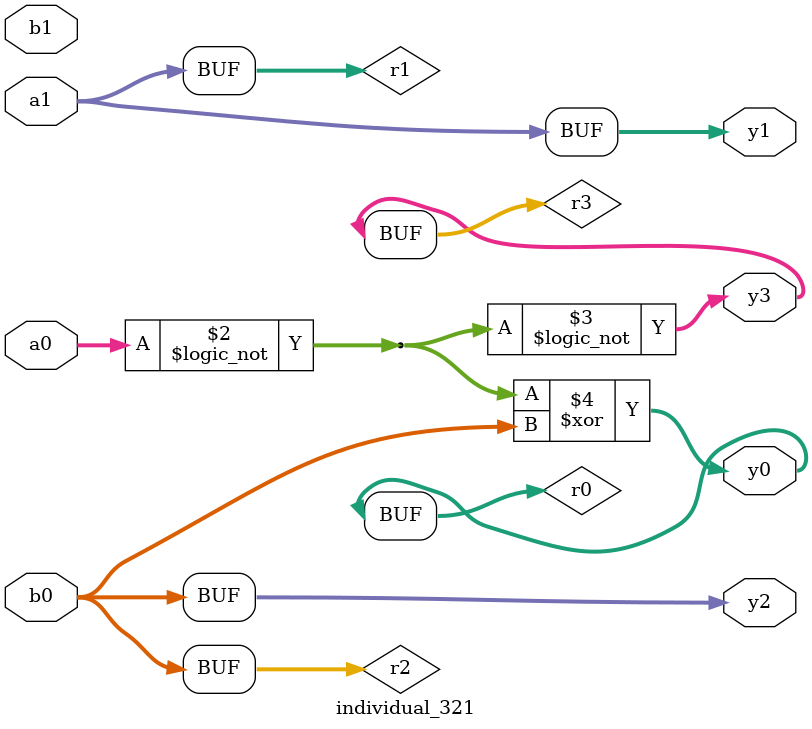
<source format=sv>
module individual_321(input logic [15:0] a1, input logic [15:0] a0, input logic [15:0] b1, input logic [15:0] b0, output logic [15:0] y3, output logic [15:0] y2, output logic [15:0] y1, output logic [15:0] y0);
logic [15:0] r0, r1, r2, r3; 
 always@(*) begin 
	 r0 = a0; r1 = a1; r2 = b0; r3 = b1; 
 	 r0 = ! a0 ;
 	 r3 = ! r0 ;
 	 r0  ^=  r2 ;
 	 y3 = r3; y2 = r2; y1 = r1; y0 = r0; 
end
endmodule
</source>
